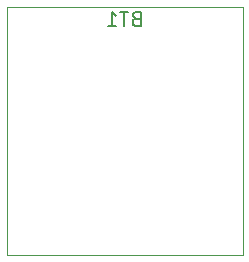
<source format=gbr>
%TF.GenerationSoftware,KiCad,Pcbnew,(5.1.10)-1*%
%TF.CreationDate,2021-10-20T01:45:52-07:00*%
%TF.ProjectId,blinky,626c696e-6b79-42e6-9b69-6361645f7063,rev?*%
%TF.SameCoordinates,Original*%
%TF.FileFunction,Legend,Bot*%
%TF.FilePolarity,Positive*%
%FSLAX46Y46*%
G04 Gerber Fmt 4.6, Leading zero omitted, Abs format (unit mm)*
G04 Created by KiCad (PCBNEW (5.1.10)-1) date 2021-10-20 01:45:52*
%MOMM*%
%LPD*%
G01*
G04 APERTURE LIST*
%ADD10C,0.120000*%
%ADD11C,0.150000*%
G04 APERTURE END LIST*
D10*
%TO.C,BT1*%
X132240000Y-93640000D02*
X132240000Y-114640000D01*
X152240000Y-93640000D02*
X132240000Y-93640000D01*
X152240000Y-114640000D02*
X152240000Y-93640000D01*
X132240000Y-114640000D02*
X152240000Y-114640000D01*
D11*
X143182857Y-94614285D02*
X143011428Y-94671428D01*
X142954285Y-94728571D01*
X142897142Y-94842857D01*
X142897142Y-95014285D01*
X142954285Y-95128571D01*
X143011428Y-95185714D01*
X143125714Y-95242857D01*
X143582857Y-95242857D01*
X143582857Y-94042857D01*
X143182857Y-94042857D01*
X143068571Y-94100000D01*
X143011428Y-94157142D01*
X142954285Y-94271428D01*
X142954285Y-94385714D01*
X143011428Y-94500000D01*
X143068571Y-94557142D01*
X143182857Y-94614285D01*
X143582857Y-94614285D01*
X142554285Y-94042857D02*
X141868571Y-94042857D01*
X142211428Y-95242857D02*
X142211428Y-94042857D01*
X140840000Y-95242857D02*
X141525714Y-95242857D01*
X141182857Y-95242857D02*
X141182857Y-94042857D01*
X141297142Y-94214285D01*
X141411428Y-94328571D01*
X141525714Y-94385714D01*
%TD*%
M02*

</source>
